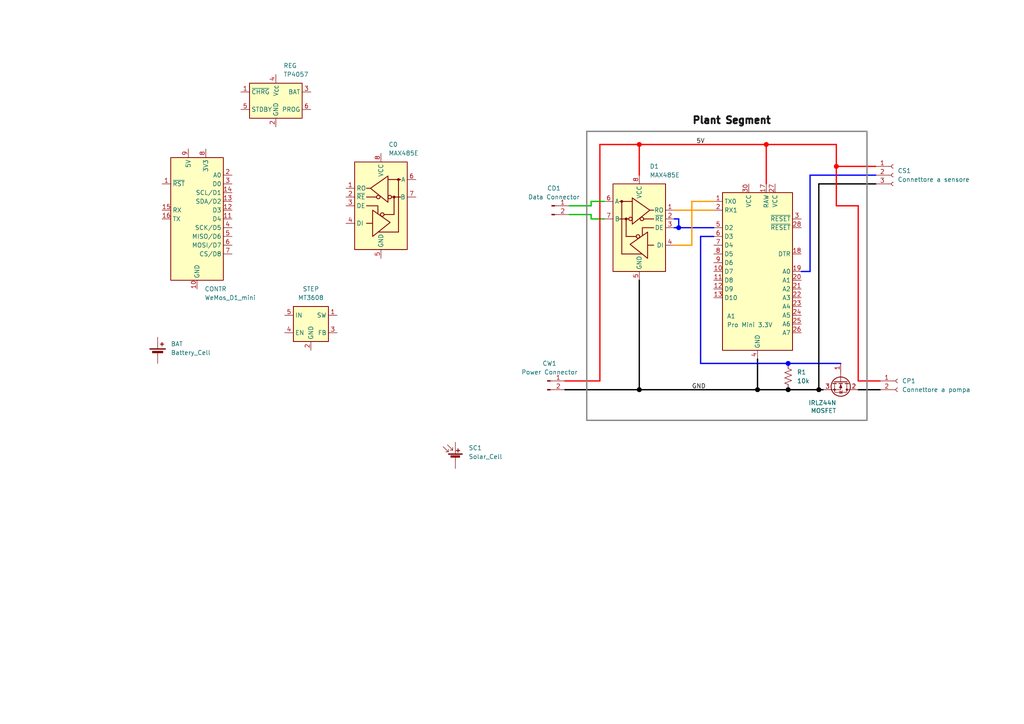
<source format=kicad_sch>
(kicad_sch (version 20231120) (generator "eeschema") (generator_version "8.0")
  (paper "A4")
  (lib_symbols
    (symbol "Battery_Management:TP4057"
      (property "Reference" "U" (at -6.35 6.604 0))
      (property "Value" "TP4057" (at 1.524 6.604 0))
      (symbol "TP4057_0_1"
        (rectangle (start -7.62 5.08) (end 7.62 -5.08) (stroke (width 0.254)) (fill (type background)))
      )
      (symbol "TP4057_1_1"
        (pin open_collector line (at -10.16 2.54 0) (length 2.54) (name "~{CHRG}") (number "1"))
        (pin power_in line (at 0 -7.62 90) (length 2.54) (name "GND") (number "2"))
        (pin power_out line (at 10.16 2.54 180) (length 2.54) (name "BAT") (number "3"))
        (pin power_in line (at 0 7.62 270) (length 2.54) (name "V_{CC}") (number "4"))
        (pin open_collector line (at -10.16 -2.54 0) (length 2.54) (name "STDBY") (number "5"))
        (pin passive line (at 10.16 -2.54 180) (length 2.54) (name "PROG") (number "6"))
      )
    )
    (symbol "Connector:Conn_01x02_Pin" (pin_names (offset 1.016) hide)
      (property "Reference" "J" (at 0 2.54 0))
      (property "Value" "Conn_01x02_Pin" (at 0 -5.08 0))
      (symbol "Conn_01x02_Pin_1_1"
        (polyline (pts (xy 1.27 -2.54) (xy 0.8636 -2.54)) (stroke (width 0.1524)))
        (polyline (pts (xy 1.27 0) (xy 0.8636 0)) (stroke (width 0.1524)))
        (rectangle (start 0.8636 -2.413) (end 0 -2.667) (stroke (width 0.1524)) (fill (type outline)))
        (rectangle (start 0.8636 0.127) (end 0 -0.127) (stroke (width 0.1524)) (fill (type outline)))
        (pin passive line (at 5.08 0 180) (length 3.81) (name "Pin_1") (number "1"))
        (pin passive line (at 5.08 -2.54 180) (length 3.81) (name "Pin_2") (number "2"))
      )
    )
    (symbol "Connector:Conn_01x02_Socket" (pin_names (offset 1.016) hide)
      (property "Reference" "J" (at 0 2.54 0))
      (property "Value" "Conn_01x02_Socket" (at 0 -5.08 0))
      (symbol "Conn_01x02_Socket_1_1"
        (arc (start 0 -2.032) (mid -0.5058 -2.54) (end 0 -3.048) (stroke (width 0.1524)))
        (polyline (pts (xy -1.27 -2.54) (xy -0.508 -2.54)) (stroke (width 0.1524)))
        (polyline (pts (xy -1.27 0) (xy -0.508 0)) (stroke (width 0.1524)))
        (arc (start 0 0.508) (mid -0.5058 0) (end 0 -0.508) (stroke (width 0.1524)))
        (pin passive line (at -5.08 0 0) (length 3.81) (name "Pin_1") (number "1"))
        (pin passive line (at -5.08 -2.54 0) (length 3.81) (name "Pin_2") (number "2"))
      )
    )
    (symbol "Connector:Conn_01x03_Socket" (pin_names (offset 1.016) hide)
      (property "Reference" "J" (at 0 5.08 0))
      (property "Value" "Conn_01x03_Socket" (at 0 -5.08 0))
      (symbol "Conn_01x03_Socket_1_1"
        (arc (start 0 -2.032) (mid -0.5058 -2.54) (end 0 -3.048) (stroke (width 0.1524)))
        (polyline (pts (xy -1.27 -2.54) (xy -0.508 -2.54)) (stroke (width 0.1524)))
        (polyline (pts (xy -1.27 0) (xy -0.508 0)) (stroke (width 0.1524)))
        (polyline (pts (xy -1.27 2.54) (xy -0.508 2.54)) (stroke (width 0.1524)))
        (arc (start 0 0.508) (mid -0.5058 0) (end 0 -0.508) (stroke (width 0.1524)))
        (arc (start 0 3.048) (mid -0.5058 2.54) (end 0 2.032) (stroke (width 0.1524)))
        (pin passive line (at -5.08 2.54 0) (length 3.81) (name "Pin_1") (number "1"))
        (pin passive line (at -5.08 0 0) (length 3.81) (name "Pin_2") (number "2"))
        (pin passive line (at -5.08 -2.54 0) (length 3.81) (name "Pin_3") (number "3"))
      )
    )
    (symbol "Device:Battery_Cell" (pin_numbers hide) (pin_names (offset 0) hide)
      (property "Reference" "BT" (at 2.54 2.54 0))
      (property "Value" "Battery_Cell" (at 2.54 0 0))
      (symbol "Battery_Cell_0_1"
        (rectangle (start -2.286 1.778) (end 2.286 1.524) (fill (type outline)))
        (rectangle (start -1.524 1.016) (end 1.524 0.508) (fill (type outline)))
        (polyline (pts (xy 0 0.762) (xy 0 0)))
        (polyline (pts (xy 0 1.778) (xy 0 2.54)))
        (polyline (pts (xy 0.762 3.048) (xy 1.778 3.048)) (stroke (width 0.254)))
        (polyline (pts (xy 1.27 3.556) (xy 1.27 2.54)) (stroke (width 0.254)))
      )
      (symbol "Battery_Cell_1_1"
        (pin passive line (at 0 5.08 270) (length 2.54) (name "+") (number "1"))
        (pin passive line (at 0 -2.54 90) (length 2.54) (name "-") (number "2"))
      )
    )
    (symbol "Device:R_US" (pin_numbers hide) (pin_names (offset 0))
      (property "Reference" "R" (at 2.54 0 90))
      (property "Value" "R_US" (at -2.54 0 90))
      (symbol "R_US_0_1"
        (polyline (pts (xy 0 -2.286) (xy 0 -2.54)))
        (polyline (pts (xy 0 2.286) (xy 0 2.54)))
        (polyline (pts (xy 0 -0.762) (xy 1.016 -1.143) (xy 0 -1.524) (xy -1.016 -1.905) (xy 0 -2.286)))
        (polyline (pts (xy 0 0.762) (xy 1.016 0.381) (xy 0 0) (xy -1.016 -0.381) (xy 0 -0.762)))
        (polyline (pts (xy 0 2.286) (xy 1.016 1.905) (xy 0 1.524) (xy -1.016 1.143) (xy 0 0.762)))
      )
      (symbol "R_US_1_1"
        (pin passive line (at 0 3.81 270) (length 1.27) (name "~") (number "1"))
        (pin passive line (at 0 -3.81 90) (length 1.27) (name "~") (number "2"))
      )
    )
    (symbol "Device:Solar_Cell" (pin_numbers hide) (pin_names (offset 0) hide)
      (property "Reference" "SC" (at 2.54 2.54 0))
      (property "Value" "Solar_Cell" (at 2.54 0 0))
      (symbol "Solar_Cell_0_1"
        (rectangle (start -2.032 1.778) (end 2.032 1.524) (fill (type outline)))
        (rectangle (start -1.3208 1.1938) (end 1.27 0.6858) (fill (type outline)))
        (polyline (pts (xy -2.032 2.286) (xy -3.556 3.81)))
        (polyline (pts (xy -0.762 2.794) (xy -2.286 4.318)))
        (polyline (pts (xy 0 0.762) (xy 0 0)))
        (polyline (pts (xy 0 1.778) (xy 0 2.54)))
        (polyline (pts (xy 0.254 2.667) (xy 1.27 2.667)) (stroke (width 0.254)))
        (polyline (pts (xy 0.762 3.175) (xy 0.762 2.159)) (stroke (width 0.254)))
        (polyline (pts (xy -2.032 3.048) (xy -2.032 2.286) (xy -2.794 2.286)))
        (polyline (pts (xy -0.762 3.556) (xy -0.762 2.794) (xy -1.524 2.794)))
      )
      (symbol "Solar_Cell_1_1"
        (pin passive line (at 0 5.08 270) (length 2.54) (name "+") (number "1"))
        (pin passive line (at 0 -2.54 90) (length 2.54) (name "-") (number "2"))
      )
    )
    (symbol "Interface_UART:MAX485E"
      (property "Reference" "U" (at -6.985 13.97 0))
      (property "Value" "MAX485E" (at 1.905 13.97 0))
      (symbol "MAX485E_0_1"
        (rectangle (start -7.62 12.7) (end 7.62 -12.7) (stroke (width 0.254)) (fill (type background)))
        (polyline (pts (xy -4.191 2.54) (xy -1.27 2.54)) (stroke (width 0.254)))
        (polyline (pts (xy -2.54 -5.08) (xy -4.191 -5.08)) (stroke (width 0.254)))
        (polyline (pts (xy -0.635 -7.62) (xy 5.08 -7.62)) (stroke (width 0.254)))
        (polyline (pts (xy 0.889 -2.54) (xy 3.81 -2.54)) (stroke (width 0.254)))
        (polyline (pts (xy 2.032 7.62) (xy 5.715 7.62)) (stroke (width 0.254)))
        (polyline (pts (xy 3.048 2.54) (xy 5.715 2.54)) (stroke (width 0.254)))
        (polyline (pts (xy 3.81 -2.54) (xy 3.81 2.54)) (stroke (width 0.254)))
        (polyline (pts (xy 5.08 -7.62) (xy 5.08 7.62)) (stroke (width 0.254)))
        (polyline (pts (xy -4.191 0) (xy -0.889 0) (xy -0.889 -2.286)) (stroke (width 0.254)))
        (polyline (pts (xy -3.175 5.08) (xy -4.191 5.08) (xy -4.064 5.08)) (stroke (width 0.254)))
        (polyline (pts (xy -2.413 -5.08) (xy -2.413 -1.27) (xy 2.667 -4.826) (xy -2.413 -8.89) (xy -2.413 -5.08)) (stroke (width 0.254)))
        (circle (center 0.381 -2.54) (radius 0.508) (stroke (width 0.254)))
        (circle (center 3.81 2.54) (radius 0.2794) (stroke (width 0.254)) (fill (type outline)))
      )
      (symbol "MAX485E_1_1"
        (circle (center -0.762 2.54) (radius 0.508) (stroke (width 0.254)))
        (polyline (pts (xy 2.032 4.826) (xy 2.032 8.636) (xy -3.048 5.08) (xy 2.032 1.016) (xy 2.032 4.826)) (stroke (width 0.254)))
        (circle (center 2.54 2.54) (radius 0.508) (stroke (width 0.254)))
        (circle (center 5.08 7.62) (radius 0.2794) (stroke (width 0.254)) (fill (type outline)))
        (pin output line (at -10.16 5.08 0) (length 2.54) (name "RO") (number "1"))
        (pin input line (at -10.16 2.54 0) (length 2.54) (name "~{RE}") (number "2"))
        (pin input line (at -10.16 0 0) (length 2.54) (name "DE") (number "3"))
        (pin input line (at -10.16 -5.08 0) (length 2.54) (name "DI") (number "4"))
        (pin power_in line (at 0 -15.24 90) (length 2.54) (name "GND") (number "5"))
        (pin bidirectional line (at 10.16 7.62 180) (length 2.54) (name "A") (number "6"))
        (pin bidirectional line (at 10.16 2.54 180) (length 2.54) (name "B") (number "7"))
        (pin power_in line (at 0 15.24 270) (length 2.54) (name "VCC") (number "8"))
      )
    )
    (symbol "MCU_Module:Arduino_Nano_Every"
      (property "Reference" "A" (at -10.16 23.495 0))
      (property "Value" "Pro Mini 3.3V" (at 5.08 -24.13 0))
      (symbol "Arduino_Nano_Every_0_1"
        (rectangle (start -10.16 22.86) (end 10.16 -22.86) (stroke (width 0.254)) (fill (type background)))
      )
      (symbol "Arduino_Nano_Every_1_1"
        (pin bidirectional line (at -12.7 20.32 0) (length 2.54) (name "TX0") (number "1"))
        (pin bidirectional line (at -12.7 0 0) (length 2.54) (name "D7") (number "10"))
        (pin bidirectional line (at -12.7 -2.54 0) (length 2.54) (name "D8") (number "11"))
        (pin bidirectional line (at -12.7 -5.08 0) (length 2.54) (name "D9") (number "12"))
        (pin bidirectional line (at -12.7 -7.62 0) (length 2.54) (name "D10") (number "13"))
        (pin power_in line (at 2.54 25.4 270) (length 2.54) (name "RAW") (number "17"))
        (pin input line (at 12.7 5.08 180) (length 2.54) (name "DTR") (number "18"))
        (pin bidirectional line (at 12.7 0 180) (length 2.54) (name "A0") (number "19"))
        (pin bidirectional line (at -12.7 17.78 0) (length 2.54) (name "RX1") (number "2"))
        (pin bidirectional line (at 12.7 -2.54 180) (length 2.54) (name "A1") (number "20"))
        (pin bidirectional line (at 12.7 -5.08 180) (length 2.54) (name "A2") (number "21"))
        (pin bidirectional line (at 12.7 -7.62 180) (length 2.54) (name "A3") (number "22"))
        (pin bidirectional line (at 12.7 -10.16 180) (length 2.54) (name "A4") (number "23"))
        (pin bidirectional line (at 12.7 -12.7 180) (length 2.54) (name "A5") (number "24"))
        (pin bidirectional line (at 12.7 -15.24 180) (length 2.54) (name "A6") (number "25"))
        (pin bidirectional line (at 12.7 -17.78 180) (length 2.54) (name "A7") (number "26"))
        (pin power_out line (at 5.08 25.4 270) (length 2.54) (name "VCC") (number "27"))
        (pin input line (at 12.7 12.7 180) (length 2.54) (name "~{RESET}") (number "28"))
        (pin passive line (at 0 -25.4 90) (length 2.54) hide (name "GND") (number "29"))
        (pin input line (at 12.7 15.24 180) (length 2.54) (name "~{RESET}") (number "3"))
        (pin power_in line (at -2.54 25.4 270) (length 2.54) (name "VCC") (number "30"))
        (pin power_in line (at 0 -25.4 90) (length 2.54) (name "GND") (number "4"))
        (pin bidirectional line (at -12.7 12.7 0) (length 2.54) (name "D2") (number "5"))
        (pin bidirectional line (at -12.7 10.16 0) (length 2.54) (name "D3") (number "6"))
        (pin bidirectional line (at -12.7 7.62 0) (length 2.54) (name "D4") (number "7"))
        (pin bidirectional line (at -12.7 5.08 0) (length 2.54) (name "D5") (number "8"))
        (pin bidirectional line (at -12.7 2.54 0) (length 2.54) (name "D6") (number "9"))
      )
    )
    (symbol "MCU_Module:WeMos_D1_mini"
      (property "Reference" "U" (at 3.81 19.05 0))
      (property "Value" "WeMos_D1_mini" (at 1.27 -19.05 0))
      (symbol "WeMos_D1_mini_1_1"
        (rectangle (start -7.62 17.78) (end 7.62 -17.78) (stroke (width 0.254)) (fill (type background)))
        (pin input line (at -10.16 10.16 0) (length 2.54) (name "~{RST}") (number "1"))
        (pin power_in line (at 0 -20.32 90) (length 2.54) (name "GND") (number "10"))
        (pin bidirectional line (at 10.16 0 180) (length 2.54) (name "D4") (number "11"))
        (pin bidirectional line (at 10.16 2.54 180) (length 2.54) (name "D3") (number "12"))
        (pin bidirectional line (at 10.16 5.08 180) (length 2.54) (name "SDA/D2") (number "13"))
        (pin bidirectional line (at 10.16 7.62 180) (length 2.54) (name "SCL/D1") (number "14"))
        (pin input line (at -10.16 2.54 0) (length 2.54) (name "RX") (number "15"))
        (pin output line (at -10.16 0 0) (length 2.54) (name "TX") (number "16"))
        (pin input line (at 10.16 12.7 180) (length 2.54) (name "A0") (number "2"))
        (pin bidirectional line (at 10.16 10.16 180) (length 2.54) (name "D0") (number "3"))
        (pin bidirectional line (at 10.16 -2.54 180) (length 2.54) (name "SCK/D5") (number "4"))
        (pin bidirectional line (at 10.16 -5.08 180) (length 2.54) (name "MISO/D6") (number "5"))
        (pin bidirectional line (at 10.16 -7.62 180) (length 2.54) (name "MOSI/D7") (number "6"))
        (pin bidirectional line (at 10.16 -10.16 180) (length 2.54) (name "CS/D8") (number "7"))
        (pin power_out line (at 2.54 20.32 270) (length 2.54) (name "3V3") (number "8"))
        (pin power_in line (at -2.54 20.32 270) (length 2.54) (name "5V") (number "9"))
      )
    )
    (symbol "Regulator_Switching:MT3608"
      (property "Reference" "U" (at -2.54 8.89 0))
      (property "Value" "MT3608" (at -3.81 6.35 0))
      (symbol "MT3608_0_1"
        (rectangle (start -5.08 5.08) (end 5.08 -5.08) (stroke (width 0.254)) (fill (type background)))
      )
      (symbol "MT3608_1_1"
        (pin passive line (at 7.62 2.54 180) (length 2.54) (name "SW") (number "1"))
        (pin power_in line (at 0 -7.62 90) (length 2.54) (name "GND") (number "2"))
        (pin input line (at 7.62 -2.54 180) (length 2.54) (name "FB") (number "3"))
        (pin input line (at -7.62 -2.54 0) (length 2.54) (name "EN") (number "4"))
        (pin power_in line (at -7.62 2.54 0) (length 2.54) (name "IN") (number "5"))
        (pin no_connect line (at 5.08 0 180) (length 2.54) hide (name "NC") (number "6"))
      )
    )
    (symbol "Transistor_FET:IRLZ44N" (pin_names hide)
      (property "Reference" "Q" (at 5.08 1.905 0))
      (property "Value" "IRLZ44N" (at 5.08 0 0))
      (symbol "IRLZ44N_0_1"
        (polyline (pts (xy 0.254 0) (xy -2.54 0)))
        (polyline (pts (xy 0.254 1.905) (xy 0.254 -1.905)) (stroke (width 0.254)))
        (polyline (pts (xy 0.762 -1.27) (xy 0.762 -2.286)) (stroke (width 0.254)))
        (polyline (pts (xy 0.762 0.508) (xy 0.762 -0.508)) (stroke (width 0.254)))
        (polyline (pts (xy 0.762 2.286) (xy 0.762 1.27)) (stroke (width 0.254)))
        (polyline (pts (xy 2.54 2.54) (xy 2.54 1.778)))
        (polyline (pts (xy 2.54 -2.54) (xy 2.54 0) (xy 0.762 0)))
        (polyline (pts (xy 0.762 -1.778) (xy 3.302 -1.778) (xy 3.302 1.778) (xy 0.762 1.778)))
        (polyline (pts (xy 1.016 0) (xy 2.032 0.381) (xy 2.032 -0.381) (xy 1.016 0)) (fill (type outline)))
        (polyline (pts (xy 2.794 0.508) (xy 2.921 0.381) (xy 3.683 0.381) (xy 3.81 0.254)))
        (polyline (pts (xy 3.302 0.381) (xy 2.921 -0.254) (xy 3.683 -0.254) (xy 3.302 0.381)))
        (circle (center 1.651 0) (radius 2.794) (stroke (width 0.254)))
        (circle (center 2.54 -1.778) (radius 0.254) (fill (type outline)))
        (circle (center 2.54 1.778) (radius 0.254) (fill (type outline)))
      )
      (symbol "IRLZ44N_1_1"
        (pin input line (at -5.08 0 0) (length 2.54) (name "G") (number "1"))
        (pin passive line (at 2.54 5.08 270) (length 2.54) (name "D") (number "2"))
        (pin passive line (at 2.54 -5.08 90) (length 2.54) (name "S") (number "3"))
      )
    )
  )
  (junction (at 222.25 41.91) (diameter 1.27) (color 255 0 0 1))
  (junction (at 196.85 66.04) (diameter 1.27) (color 0 0 255 1))
  (junction (at 185.42 113.03) (diameter 1.27) (color 0 0 0 1))
  (junction (at 237.49 113.03) (diameter 1.27) (color 0 0 0 1))
  (junction (at 185.42 41.91) (diameter 1.27) (color 255 0 0 1))
  (junction (at 228.6 105.41) (diameter 1.27) (color 0 0 255 1))
  (junction (at 228.6 113.03) (diameter 1.27) (color 0 0 0 1))
  (junction (at 219.71 113.03) (diameter 1.27) (color 0 0 0 1))
  (junction (at 242.57 48.26) (diameter 1.27) (color 255 0 0 1))
  (wire (pts (xy 248.92 59.69) (xy 242.57 59.69)) (stroke (width 0.381) (color 255 0 0 1)))
  (wire (pts (xy 200.66 58.42) (xy 207.01 58.42)) (stroke (width 0.381) (color 255 153 0 1)))
  (wire (pts (xy 254 48.26) (xy 242.57 48.26)) (stroke (width 0.381) (color 255 0 0 1)))
  (wire (pts (xy 254 53.34) (xy 237.49 53.34)) (stroke (width 0.381) (color 0 0 0 1)))
  (wire (pts (xy 242.57 41.91) (xy 222.25 41.91)) (stroke (width 0.381) (color 255 0 0 1)))
  (wire (pts (xy 185.42 41.91) (xy 222.25 41.91)) (stroke (width 0.381) (color 255 0 0 1)))
  (wire (pts (xy 185.42 81.28) (xy 185.42 113.03)) (stroke (width 0.381) (color 0 0 0 1)))
  (wire (pts (xy 248.92 113.03) (xy 255.27 113.03)) (stroke (width 0.381) (color 0 0 0 1)))
  (wire (pts (xy 203.2 105.41) (xy 203.2 68.58)) (stroke (width 0.381) (color 0 0 255 1)))
  (wire (pts (xy 165.1 62.23) (xy 171.45 62.23)) (stroke (width 0.381) (color 0 194 0 1)))
  (wire (pts (xy 196.85 66.04) (xy 196.85 63.5)) (stroke (width 0.381) (color 0 0 255 1)))
  (wire (pts (xy 165.1 59.69) (xy 171.45 59.69)) (stroke (width 0.381) (color 0 194 0 1)))
  (wire (pts (xy 171.45 59.69) (xy 171.45 58.42)) (stroke (width 0.381) (color 0 194 0 1)))
  (wire (pts (xy 173.99 41.91) (xy 185.42 41.91)) (stroke (width 0.381) (color 255 0 0 1)))
  (wire (pts (xy 173.99 110.49) (xy 173.99 41.91)) (stroke (width 0.381) (color 255 0 0 1)))
  (wire (pts (xy 171.45 62.23) (xy 171.45 63.5)) (stroke (width 0.381) (color 0 194 0 1)))
  (wire (pts (xy 237.49 113.03) (xy 238.76 113.03)) (stroke (width 0.381) (color 0 0 0 1)))
  (wire (pts (xy 237.49 53.34) (xy 237.49 113.03)) (stroke (width 0.381) (color 0 0 0 1)))
  (wire (pts (xy 195.58 71.12) (xy 200.66 71.12)) (stroke (width 0.381) (color 255 153 0 1)))
  (wire (pts (xy 200.66 71.12) (xy 200.66 58.42)) (stroke (width 0.381) (color 255 153 0 1)))
  (wire (pts (xy 248.92 110.49) (xy 255.27 110.49)) (stroke (width 0.381) (color 255 0 0 1)))
  (wire (pts (xy 195.58 63.5) (xy 196.85 63.5)) (stroke (width 0.381) (color 0 0 255 1)))
  (wire (pts (xy 234.95 50.8) (xy 254 50.8)) (stroke (width 0.381) (color 0 0 255 1)))
  (wire (pts (xy 203.2 68.58) (xy 207.01 68.58)) (stroke (width 0.381) (color 0 0 255 1)))
  (wire (pts (xy 219.71 113.03) (xy 228.6 113.03)) (stroke (width 0.381) (color 0 0 0 1)))
  (wire (pts (xy 248.92 110.49) (xy 248.92 59.69)) (stroke (width 0.381) (color 255 0 0 1)))
  (wire (pts (xy 243.84 105.41) (xy 228.6 105.41)) (stroke (width 0.381) (color 0 0 255 1)))
  (wire (pts (xy 222.25 41.91) (xy 222.25 53.34)) (stroke (width 0.381) (color 255 0 0 1)))
  (wire (pts (xy 185.42 50.8) (xy 185.42 41.91)) (stroke (width 0.381) (color 255 0 0 1)))
  (wire (pts (xy 171.45 58.42) (xy 175.26 58.42)) (stroke (width 0.381) (color 0 194 0 1)))
  (wire (pts (xy 228.6 105.41) (xy 203.2 105.41)) (stroke (width 0.381) (color 0 0 255 1)))
  (wire (pts (xy 163.83 110.49) (xy 173.99 110.49)) (stroke (width 0.381) (color 255 0 0 1)))
  (wire (pts (xy 196.85 66.04) (xy 207.01 66.04)) (stroke (width 0.381) (color 0 0 255 1)))
  (wire (pts (xy 195.58 60.96) (xy 207.01 60.96)) (stroke (width 0.381) (color 255 153 0 1)))
  (wire (pts (xy 185.42 113.03) (xy 219.71 113.03)) (stroke (width 0.381) (color 0 0 0 1)))
  (wire (pts (xy 242.57 48.26) (xy 242.57 59.69)) (stroke (width 0.381) (color 255 0 0 1)))
  (wire (pts (xy 228.6 113.03) (xy 237.49 113.03)) (stroke (width 0.381) (color 0 0 0 1)))
  (wire (pts (xy 234.95 78.74) (xy 234.95 50.8)) (stroke (width 0.381) (color 0 0 255 1)))
  (wire (pts (xy 163.83 113.03) (xy 185.42 113.03)) (stroke (width 0.381) (color 0 0 0 1)))
  (wire (pts (xy 195.58 66.04) (xy 196.85 66.04)) (stroke (width 0.381) (color 0 0 255 1)))
  (wire (pts (xy 242.57 48.26) (xy 242.57 41.91)) (stroke (width 0.381) (color 255 0 0 1)))
  (wire (pts (xy 232.41 78.74) (xy 234.95 78.74)) (stroke (width 0.381) (color 0 0 255 1)))
  (wire (pts (xy 219.71 104.14) (xy 219.71 113.03)) (stroke (width 0.381) (color 0 0 0 1)))
  (wire (pts (xy 171.45 63.5) (xy 175.26 63.5)) (stroke (width 0.381) (color 0 194 0 1)))
  (rectangle (start 170.18 38.1) (end 251.46 121.92) (stroke (width 0.381) (color 132 132 132 1)))
  (label "Plant Segment" (at 200.66 36.83 0) (effects (font (size 2.032 2.032) (thickness 0.508) (bold yes))))
  (label "GND" (at 200.66 113.03 0))
  (label "5V" (at 201.93 41.91 0))
  (symbol (lib_id "Connector:Conn_01x02_Socket") (at 260.35 110.49 0) (unit 1)
    (property "Reference" "CP1" (at 261.62 110.4899 0) (effects (justify left)))
    (property "Value" "Connettore a pompa" (at 261.62 113.0299 0) (effects (justify left)))
    (property "Description" "Generic connector, single row, 01x02, script generated" (effects (hide yes)))
  )
  (symbol (lib_id "Battery_Management:TP4057") (at 80.01 29.21 0) (unit 1)
    (property "Reference" "REG" (at 82.2041 19.05 0) (effects (justify left)))
    (property "Value" "TP4057" (at 82.2041 21.59 0) (effects (justify left)))
    (property "Footprint" "Package_TO_SOT_SMD:TSOT-23-5" (effects (hide yes)))
    (property "Datasheet" "http://toppwr.com/uploadfile/file/20230304/640302a47b738.pdf" (effects (hide yes)))
    (property "Description" "Constant-current/constant-voltage linear charger for single cell lithium-ion batteries with 2.9V Trickle Charge, 4.5V to 6.5V VDD, -40 to +85 degree Celsius, TSOT-23-5" (effects (hide yes)))
  )
  (symbol (lib_id "Regulator_Switching:MT3608") (at 90.17 93.98 0) (unit 1)
    (property "Reference" "STEP" (at 90.17 83.82 0))
    (property "Value" "MT3608" (at 90.17 86.36 0))
    (property "Footprint" "Package_TO_SOT_SMD:SOT-23-6" (effects (hide yes)))
    (property "Datasheet" "https://www.olimex.com/Products/Breadboarding/BB-PWR-3608/resources/MT3608.pdf" (effects (hide yes)))
    (property "Description" "High Efficiency 1.2MHz 2A Step Up Converter, 2-24V Vin, 28V Vout, 4A current limit, 1.2MHz, SOT23-6" (effects (hide yes)))
  )
  (symbol (lib_id "Interface_UART:MAX485E") (at 185.42 66.04 0) (mirror y) (unit 1)
    (property "Reference" "D1" (at 188.4365 48.26 0) (effects (justify right)))
    (property "Value" "MAX485E" (at 188.4365 50.8 0) (effects (justify right)))
    (property "Footprint" "Package_SO:SOIC-8_3.9x4.9mm_P1.27mm" (effects (hide yes)))
    (property "Datasheet" "https://datasheets.maximintegrated.com/en/ds/MAX1487E-MAX491E.pdf" (effects (hide yes)))
    (property "Description" "Half duplex RS-485/RS-422, 2.5 Mbps, ±15kV electro-static discharge (ESD) protection, no slew-rate, no low-power shutdown, with receiver/driver enable, 32 receiver drive capability, DIP-8 and SOIC-8" (effects (hide yes)))
  )
  (symbol (lib_id "MCU_Module:WeMos_D1_mini") (at 57.15 63.5 0) (unit 1)
    (property "Reference" "CONTR" (at 59.3441 83.82 0) (effects (justify left)))
    (property "Value" "WeMos_D1_mini" (at 59.3441 86.36 0) (effects (justify left)))
    (property "Footprint" "Module:WEMOS_D1_mini_light" (effects (hide yes)))
    (property "Datasheet" "https://wiki.wemos.cc/products:d1:d1_mini#documentation" (effects (hide yes)))
    (property "Description" "32-bit microcontroller module with WiFi" (effects (hide yes)))
  )
  (symbol (lib_id "Device:Solar_Cell") (at 132.08 133.35 0) (unit 1)
    (property "Reference" "SC1" (at 135.89 129.9209 0) (effects (justify left)))
    (property "Value" "Solar_Cell" (at 135.89 132.4609 0) (effects (justify left)))
    (property "Description" "Single solar cell" (effects (hide yes)))
  )
  (symbol (lib_id "Connector:Conn_01x03_Socket") (at 259.08 50.8 0) (unit 1)
    (property "Reference" "CS1" (at 260.35 49.5299 0) (effects (justify left)))
    (property "Value" "Connettore a sensore" (at 260.35 52.0699 0) (effects (justify left)))
    (property "Description" "Generic connector, single row, 01x03, script generated" (effects (hide yes)))
  )
  (symbol (lib_id "Device:Battery_Cell") (at 45.72 102.87 0) (unit 1)
    (property "Reference" "BAT" (at 49.53 99.7584 0) (effects (justify left)))
    (property "Value" "Battery_Cell" (at 49.53 102.2984 0) (effects (justify left)))
    (property "Description" "Single-cell battery" (effects (hide yes)))
  )
  (symbol (lib_id "Connector:Conn_01x02_Pin") (at 158.75 110.49 0) (unit 1)
    (property "Reference" "CW1" (at 159.385 105.41 0))
    (property "Value" "Power Connector" (at 159.385 107.95 0))
    (property "Description" "Generic connector, single row, 01x02, script generated" (effects (hide yes)))
  )
  (symbol (lib_id "Interface_UART:MAX485E") (at 110.49 59.69 0) (unit 1)
    (property "Reference" "C0" (at 112.6841 41.91 0) (effects (justify left)))
    (property "Value" "MAX485E" (at 112.6841 44.45 0) (effects (justify left)))
    (property "Footprint" "Package_SO:SOIC-8_3.9x4.9mm_P1.27mm" (effects (hide yes)))
    (property "Datasheet" "https://datasheets.maximintegrated.com/en/ds/MAX1487E-MAX491E.pdf" (effects (hide yes)))
    (property "Description" "Half duplex RS-485/RS-422, 2.5 Mbps, ±15kV electro-static discharge (ESD) protection, no slew-rate, no low-power shutdown, with receiver/driver enable, 32 receiver drive capability, DIP-8 and SOIC-8" (effects (hide yes)))
  )
  (symbol (lib_id "Connector:Conn_01x02_Pin") (at 160.02 59.69 0) (unit 1)
    (property "Reference" "CD1" (at 160.655 54.61 0))
    (property "Value" "Data Connector" (at 160.655 57.15 0))
    (property "Description" "Generic connector, single row, 01x02, script generated" (effects (hide yes)))
  )
  (symbol (lib_id "Transistor_FET:IRLZ44N") (at 243.84 110.49 270) (unit 1)
    (property "Reference" "MOSFET" (at 242.57 119.126 90) (effects (justify right)))
    (property "Value" "IRLZ44N" (at 242.5701 116.84 90) (effects (justify right)))
    (property "Footprint" "Package_TO_SOT_THT:TO-220-3_Vertical" (effects (hide yes)))
    (property "Datasheet" "http://www.irf.com/product-info/datasheets/data/irlz44n.pdf" (effects (hide yes)))
    (property "Description" "47A Id, 55V Vds, 22mOhm Rds Single N-Channel HEXFET Power MOSFET, TO-220AB" (effects (hide yes)))
  )
  (symbol (lib_id "MCU_Module:Arduino_Nano_Every") (at 219.71 78.74 0) (unit 1)
    (property "Reference" "A1" (at 210.82 91.694 0) (effects (justify left)))
    (property "Value" "Pro Mini 3.3V" (at 210.82 94.234 0) (effects (justify left)))
  )
  (symbol (lib_id "Device:R_US") (at 228.6 109.22 0) (unit 1)
    (property "Reference" "R1" (at 231.14 107.9499 0) (effects (justify left)))
    (property "Value" "10k" (at 231.14 110.4899 0) (effects (justify left)))
    (property "Description" "Resistor, US symbol" (effects (hide yes)))
  )
)
</source>
